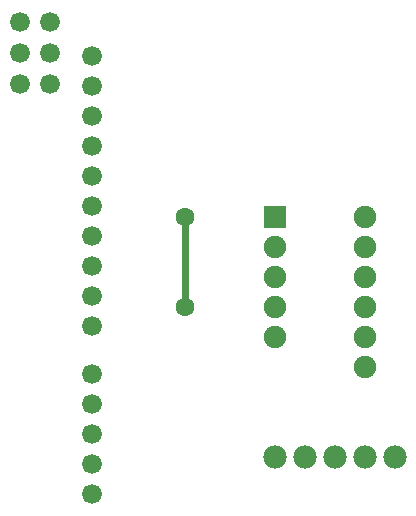
<source format=gbl>
G04 MADE WITH FRITZING*
G04 WWW.FRITZING.ORG*
G04 DOUBLE SIDED*
G04 HOLES PLATED*
G04 CONTOUR ON CENTER OF CONTOUR VECTOR*
%ASAXBY*%
%FSLAX23Y23*%
%MOIN*%
%OFA0B0*%
%SFA1.0B1.0*%
%ADD10C,0.078000*%
%ADD11C,0.066111*%
%ADD12C,0.066139*%
%ADD13C,0.075000*%
%ADD14C,0.062992*%
%ADD15R,0.075000X0.075000*%
%ADD16C,0.024000*%
%ADD17R,0.001000X0.001000*%
%LNCOPPER0*%
G90*
G70*
G54D10*
X1037Y170D03*
X1137Y170D03*
X1237Y170D03*
X1337Y170D03*
X1437Y170D03*
G54D11*
X430Y606D03*
X430Y706D03*
X430Y806D03*
X430Y906D03*
X430Y1006D03*
X430Y1106D03*
X430Y1206D03*
X430Y1306D03*
X430Y1406D03*
X430Y1506D03*
G54D12*
X430Y46D03*
G54D11*
X430Y146D03*
X430Y246D03*
X430Y346D03*
X430Y446D03*
X287Y1516D03*
X188Y1516D03*
X287Y1412D03*
X188Y1412D03*
X287Y1620D03*
X188Y1620D03*
G54D13*
X1037Y970D03*
X1037Y870D03*
X1037Y770D03*
X1037Y670D03*
X1037Y570D03*
X1337Y470D03*
X1337Y570D03*
X1337Y670D03*
X1337Y770D03*
X1337Y870D03*
X1337Y970D03*
X1037Y970D03*
X1037Y870D03*
X1037Y770D03*
X1037Y670D03*
X1037Y570D03*
X1337Y470D03*
X1337Y570D03*
X1337Y670D03*
X1337Y770D03*
X1337Y870D03*
X1337Y970D03*
G54D14*
X737Y969D03*
X737Y669D03*
G54D15*
X1037Y970D03*
X1037Y970D03*
G54D16*
X737Y939D02*
X737Y700D01*
G54D17*
D02*
G04 End of Copper0*
M02*
</source>
